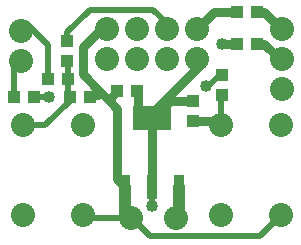
<source format=gbr>
G04 DipTrace 2.4.0.2*
%INTop.gbr*%
%MOIN*%
%ADD13C,0.03*%
%ADD14C,0.02*%
%ADD15C,0.04*%
%ADD16C,0.015*%
%ADD19R,0.0374X0.0846*%
%ADD20R,0.128X0.0846*%
%ADD21R,0.0433X0.0394*%
%ADD22C,0.08*%
%ADD23R,0.0394X0.0433*%
%ADD24C,0.08*%
%FSLAX44Y44*%
G04*
G70*
G90*
G75*
G01*
%LNTop*%
%LPD*%
X9146Y8273D2*
D13*
Y7940D1*
Y5990D1*
Y8273D2*
Y8446D1*
X10740Y10040D1*
Y10240D1*
X10640D1*
X9146Y5990D2*
D14*
Y5346D1*
X9140Y5340D1*
X5710Y8980D2*
X5199D1*
X8645Y9180D2*
D13*
X8680D1*
Y8440D1*
X8847Y8273D1*
X9146D1*
X10510Y8859D2*
X9731D1*
X9146Y8273D1*
X10930Y9330D2*
D14*
X11010D1*
X11430Y9750D1*
X11470Y9709D1*
X10051Y5990D2*
D15*
Y5051D1*
D13*
X9940Y4940D1*
X7640Y11240D2*
Y11440D1*
X6840Y10640D1*
Y9740D1*
X7390Y9190D1*
X7694Y8886D1*
X7990Y8590D1*
Y6240D1*
X8240Y5990D1*
X8440Y4940D2*
D14*
X8490D1*
X9090Y4340D1*
X12740D1*
X13440Y5040D1*
X8440Y4940D2*
X6940D1*
D16*
X6840Y5040D1*
X8440Y4940D2*
D13*
X8240D1*
D15*
Y5990D1*
X7089Y8990D2*
D14*
X7390D1*
Y9190D1*
X7975Y9180D2*
D13*
Y9167D1*
X7694Y8886D1*
X9640Y11240D2*
D14*
Y11440D1*
X9190Y11890D1*
X7080D1*
X6320Y11130D1*
Y10860D1*
X12645Y10760D2*
D13*
X12880D1*
X13400Y10240D1*
X13490D1*
X12649Y11820D2*
X12860D1*
X13440Y11240D1*
X13490D1*
X4530Y8980D2*
D14*
Y9930D1*
X4790Y10190D1*
X6320Y10191D2*
X6339D1*
Y9570D1*
X6420Y8990D2*
X6339D1*
Y9570D1*
X6420Y8990D2*
X6400D1*
Y8850D1*
X5590Y8040D1*
X4840D1*
X11440D2*
Y9010D1*
X11470Y9040D1*
X10510Y8190D2*
D13*
X11290D1*
X11440Y8040D1*
X5670Y9570D2*
D14*
Y10710D1*
X4940Y11440D1*
X4790D1*
Y11190D1*
X11490Y10750D2*
D13*
X11965D1*
X11975Y10760D1*
X11980Y11820D2*
X11970Y11810D1*
X11210D1*
X10640Y11240D1*
D24*
X8440Y4940D3*
X4840Y8040D3*
Y5040D3*
X6840D3*
X11440Y8040D3*
Y5040D3*
X13440Y8040D3*
Y5040D3*
X9940Y4940D3*
X6840Y8040D3*
D15*
X10930Y9330D3*
X9140Y5340D3*
X5710Y8980D3*
X11490Y10750D3*
D19*
X8240Y5990D3*
X9146D3*
X10051D3*
D20*
X9146Y8273D3*
D21*
X7975Y9180D3*
X8645D3*
D22*
X7640Y10240D3*
Y11240D3*
X8640Y10240D3*
Y11240D3*
X9640Y10240D3*
Y11240D3*
X10640Y10240D3*
Y11240D3*
D23*
X11470Y9040D3*
Y9709D3*
X10510Y8190D3*
Y8859D3*
D24*
X4790Y10190D3*
Y11190D3*
X13490Y9240D3*
Y10240D3*
Y11240D3*
D23*
X6320Y10860D3*
Y10191D3*
D21*
X5670Y9570D3*
X6339D3*
X6420Y8990D3*
X7089D3*
X4530Y8980D3*
X5199D3*
X11975Y10760D3*
X12645D3*
X11980Y11820D3*
X12649D3*
M02*

</source>
